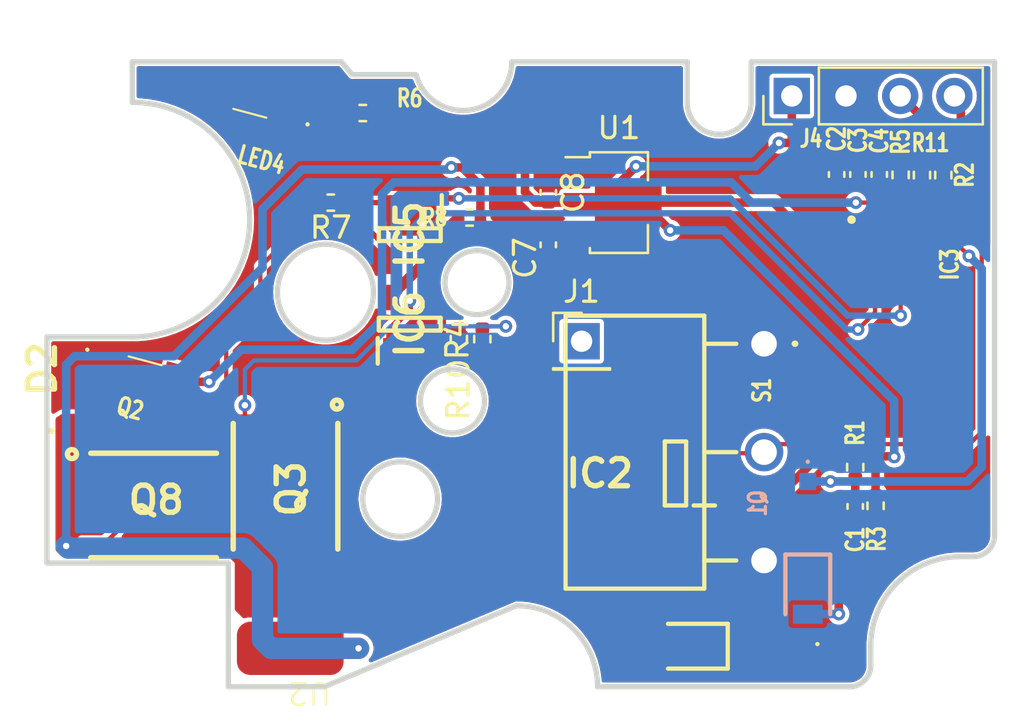
<source format=kicad_pcb>
(kicad_pcb (version 20221018) (generator pcbnew)
  (layers (0 "F.Cu" signal) (31 "B.Cu" signal) (34 "B.Paste" user) (35 "F.Paste" user) (36 "B.SilkS" user "B.Silkscreen") (37 "F.SilkS" user "F.Silkscreen") (38 "B.Mask" user) (39 "F.Mask" user) (44 "Edge.Cuts" user))
  (net 0 "")
  (net 1 "/Semi_Auto")
  (net 2 "GND")
  (net 3 "Net-(LED1-Pad2)")
  (net 4 "Net-(LED4-Pad2)")
  (net 14 "/V_Cycle")
  (net 15 "+12V")
  (net 16 "/pwr_motor")
  (net 17 "/trigger")
  (net 18 "/RX")
  (net 19 "/TX")
  (net 21 "/NMOS")
  (net 22 "/ACTIVE_BREAK")
  (net 23 "+3.3V")
  (net 24 "/updiRx")
  (net 25 "/updiTx")
  (net 26 "Net-(IC5-OUT_1)")
  (net 28 "Net-(IC6-OUT_1)")
  (net 29 "Net-(Q3-Pad4)")
  (net 30 "Net-(Q8-G)")
  (footprint "Resistor_SMD:R_0402_1005Metric" (layer "F.Cu") (at 105.5 92.5 180)
    (fp_text reference "R7" (at 0 -1.17) (layer "F.SilkS"))
    (fp_text value "5.1")
    (fp_line (start -0.153641 -0.38) (end 0.153641 -0.38) (stroke (width 0.12)) (layer "F.SilkS"))
    (fp_line (start -0.153641 0.38) (end 0.153641 0.38) (stroke (width 0.12)) (layer "F.SilkS"))
    (pad "1" smd roundrect (at -0.51 0 180) (size 0.54 0.64) (layers "F.Cu" "F.Paste" "F.Mask") (net 26 "Net-(IC5-OUT_1)"))
    (pad "2" smd roundrect (at 0.51 0 180) (size 0.54 0.64) (layers "F.Cu" "F.Paste" "F.Mask") (net 30 "Net-(Q8-G)"))
  )
  (footprint "SamacSys_Parts:SOT95P280X130-5N" (layer "F.Cu") (at 109.2 98.2 90)
    (fp_text reference "IC6" (at 0 0 90) (layer "F.SilkS") (effects (font (size 1.27 1.27) (thickness 0.254))))
    (fp_text value "IRS44273LTRPBF" hide)
    (fp_line (start -1.85 -1.5) (end -0.65 -1.5) (stroke (width 0.2)) (layer "F.SilkS"))
    (fp_line (start -0.3 -1.45) (end 0.3 -1.45) (stroke (width 0.2)) (layer "F.SilkS"))
    (fp_line (start -0.3 1.45) (end -0.3 -1.45) (stroke (width 0.2)) (layer "F.SilkS"))
    (fp_line (start 0.3 -1.45) (end 0.3 1.45) (stroke (width 0.2)) (layer "F.SilkS"))
    (fp_line (start 0.3 1.45) (end -0.3 1.45) (stroke (width 0.2)) (layer "F.SilkS"))
    (pad "1" smd rect (at -1.25 -0.95 180) (size 0.6 1.2) (layers "F.Cu" "F.Paste" "F.Mask") (net 21 "/NMOS"))
    (pad "2" smd rect (at -1.25 0 180) (size 0.6 1.2) (layers "F.Cu" "F.Paste" "F.Mask") (net 2 "GND"))
    (pad "3" smd rect (at -1.25 0.95 180) (size 0.6 1.2) (layers "F.Cu" "F.Paste" "F.Mask") (net 28 "Net-(IC6-OUT_1)"))
    (pad "4" smd rect (at 1.25 0.95 180) (size 0.6 1.2) (layers "F.Cu" "F.Paste" "F.Mask") (net 28 "Net-(IC6-OUT_1)"))
    (pad "5" smd rect (at 1.25 -0.95 180) (size 0.6 1.2) (layers "F.Cu" "F.Paste" "F.Mask") (net 15 "+12V"))
  )
  (footprint "SamacSys_Parts:AP1608P1CP22" (layer "F.Cu") (at 126.55 113.2 180)
    (fp_text reference "Q4" hide)
    (fp_text value "LC191PTDT" hide)
    (fp_line (start -1.8 0) (end -1.8 0) (stroke (width 0.1)) (layer "F.SilkS"))
    (fp_line (start -1.7 0) (end -1.7 0) (stroke (width 0.1)) (layer "F.SilkS"))
    (fp_arc (start -1.8 0) (mid -1.75 -0.05) (end -1.7 0) (stroke (width 0.1)) (layer "F.SilkS"))
    (fp_arc (start -1.7 0) (mid -1.75 0.05) (end -1.8 0) (stroke (width 0.1)) (layer "F.SilkS"))
    (pad "1" smd rect (at -0.825 0 270) (size 0.8 0.8) (layers "F.Cu" "F.Paste" "F.Mask") (net 2 "GND"))
    (pad "2" smd rect (at 0.825 0 270) (size 0.8 0.8) (layers "F.Cu" "F.Paste" "F.Mask") (net 2 "GND"))
  )
  (footprint "SamacSys_Parts:Copper_pad" (layer "F.Cu") (at 103.6 113.4 180)
    (fp_text reference "U2" (at -0.9 -2.1 180 unlocked) (layer "F.SilkS") (effects (font (thickness 0.1))))
    (fp_text value "12v")
    (pad "1" smd roundrect (at 0 0 180) (size 5 2.5) (layers "F.Cu" "F.Paste" "F.Mask" "Eco1.User") (net 15 "+12V"))
  )
  (footprint "SamacSys_Parts:Copper_pad" (layer "F.Cu") (at 104 101.2)
    (fp_text reference "U4" hide)
    (fp_text value "Gnd")
    (pad "1" smd roundrect (at 0 0) (size 4 2.5) (layers "F.Cu" "F.Paste" "F.Mask" "Eco1.User") (net 2 "GND"))
  )
  (footprint "Capacitor_SMD:C_0402_1005Metric" (layer "F.Cu") (at 129.2 91.18 -90)
    (fp_text reference "C2" (at -1.67 0 90) (layer "F.SilkS") (effects (font (size 0.8 0.6))))
    (fp_text value "10n")
    (fp_line (start -0.107836 -0.36) (end 0.107836 -0.36) (stroke (width 0.12)) (layer "F.SilkS"))
    (fp_line (start -0.107836 0.36) (end 0.107836 0.36) (stroke (width 0.12)) (layer "F.SilkS"))
    (pad "1" smd roundrect (at -0.48 0 270) (size 0.56 0.62) (layers "F.Cu" "F.Paste" "F.Mask") (net 23 "+3.3V"))
    (pad "2" smd roundrect (at 0.48 0 270) (size 0.56 0.62) (layers "F.Cu" "F.Paste" "F.Mask") (net 2 "GND"))
  )
  (footprint "Capacitor_SMD:C_0402_1005Metric" (layer "F.Cu") (at 115.689727 94.47909 90)
    (fp_text reference "C7" (at -0.62091 -1.089727 90) (layer "F.SilkS"))
    (fp_text value "10uF")
    (fp_line (start -0.107836 -0.36) (end 0.107836 -0.36) (stroke (width 0.12)) (layer "F.SilkS"))
    (fp_line (start -0.107836 0.36) (end 0.107836 0.36) (stroke (width 0.12)) (layer "F.SilkS"))
    (pad "1" smd roundrect (at -0.48 0 90) (size 0.56 0.62) (layers "F.Cu" "F.Paste" "F.Mask") (net 2 "GND"))
    (pad "2" smd roundrect (at 0.48 0 90) (size 0.56 0.62) (layers "F.Cu" "F.Paste" "F.Mask") (net 15 "+12V"))
  )
  (footprint "SamacSys_Parts:SBR3U60P1Q7" (layer "F.Cu") (at 94.875 103.2 180)
    (fp_text reference "D2" (at 2.9 2.9 90) (layer "F.SilkS") (effects (font (size 1.27 1.27) (thickness 0.254))))
    (fp_text value "D" hide)
    (fp_line (start 2.4 0) (end 2.4 0) (stroke (width 0.2)) (layer "F.SilkS"))
    (fp_line (start 2.4 0) (end 2.4 0) (stroke (width 0.2)) (layer "F.SilkS"))
    (fp_line (start 2.5 0) (end 2.5 0) (stroke (width 0.2)) (layer "F.SilkS"))
    (fp_arc (start 2.4 0) (mid 2.45 -0.05) (end 2.5 0) (stroke (width 0.2)) (layer "F.SilkS"))
    (fp_arc (start 2.5 0) (mid 2.45 0.05) (end 2.4 0) (stroke (width 0.2)) (layer "F.SilkS"))
    (fp_arc (start 2.5 0) (mid 2.45 0.05) (end 2.4 0) (stroke (width 0.2)) (layer "F.SilkS"))
    (pad "1" smd rect (at 0.85 0 270) (size 1.5 2.4) (layers "F.Cu" "F.Paste" "F.Mask") (net 15 "+12V"))
    (pad "2" smd rect (at -1.525 0 180) (size 1.05 1.5) (layers "F.Cu" "F.Paste" "F.Mask") (net 16 "/pwr_motor"))
  )
  (footprint "SamacSys_Parts:SOT95P285X113-3N" (layer "F.Cu") (at 121.65 105.2 180)
    (fp_text reference "IC2" (at 3.55 0 180) (layer "F.SilkS") (effects (font (size 1.27 1.27) (thickness 0.254))))
    (fp_text value "A1304ELHLX-T" hide)
    (fp_line (start -1.85 -1.5) (end -0.85 -1.5) (stroke (width 0.2)) (layer "F.SilkS"))
    (fp_line (start -0.5 -1.5) (end 0.5 -1.5) (stroke (width 0.2)) (layer "F.SilkS"))
    (fp_line (start -0.5 1.5) (end -0.5 -1.5) (stroke (width 0.2)) (layer "F.SilkS"))
    (fp_line (start 0.5 -1.5) (end 0.5 1.5) (stroke (width 0.2)) (layer "F.SilkS"))
    (fp_line (start 0.5 1.5) (end -0.5 1.5) (stroke (width 0.2)) (layer "F.SilkS"))
    (pad "1" smd rect locked (at -1.35 -0.95 270) (size 0.6 1) (layers "F.Cu" "F.Paste" "F.Mask") (net 23 "+3.3V"))
    (pad "2" smd rect locked (at -1.35 0.95 270) (size 0.6 1) (layers "F.Cu" "F.Paste" "F.Mask") (net 17 "/trigger"))
    (pad "3" smd rect locked (at 1.35 0 270) (size 0.6 1) (layers "F.Cu" "F.Paste" "F.Mask") (net 2 "GND"))
  )
  (footprint "SamacSys_Parts:POWERPAKSO-8" (layer "F.Cu") (at 97.2 106.7)
    (fp_text reference "Q8" (at 0.12217 -0.256) (layer "F.SilkS") (effects (font (size 1.27 1.27) (thickness 0.254))))
    (fp_text value "PMOS" hide)
    (fp_line (start -2.945 -2.45) (end 2.945 -2.45) (stroke (width 0.254)) (layer "F.SilkS"))
    (fp_line (start -2.945 2.45) (end 2.945 2.45) (stroke (width 0.254)) (layer "F.SilkS"))
    (fp_circle (center -3.82867 -2.40833) (end -3.82867 -2.32333) (stroke (width 0.254)) (fill none) (layer "F.SilkS"))
    (pad "1" smd rect (at -2.7325 -1.905 90) (size 0.61 1.27) (layers "F.Cu" "F.Paste" "F.Mask") (net 15 "+12V"))
    (pad "2" smd rect (at -2.7325 -0.635 90) (size 0.61 1.27) (layers "F.Cu" "F.Paste" "F.Mask") (net 15 "+12V"))
    (pad "3" smd rect (at -2.7325 0.635 90) (size 0.61 1.27) (layers "F.Cu" "F.Paste" "F.Mask") (net 15 "+12V"))
    (pad "4" smd rect (at -2.7325 1.905 90) (size 0.61 1.27) (layers "F.Cu" "F.Paste" "F.Mask") (net 30 "Net-(Q8-G)"))
    (pad "5" smd rect (at 2.7325 1.905 90) (size 0.61 1.02) (layers "F.Cu" "F.Paste" "F.Mask") (net 16 "/pwr_motor"))
    (pad "6" smd rect (at 2.7325 0.635 90) (size 0.61 1.02) (layers "F.Cu" "F.Paste" "F.Mask") (net 16 "/pwr_motor"))
    (pad "7" smd rect (at 2.7325 -0.635 90) (size 0.61 1.02) (layers "F.Cu" "F.Paste" "F.Mask") (net 16 "/pwr_motor"))
    (pad "8" smd rect (at 2.7325 -1.905 90) (size 0.61 1.02) (layers "F.Cu" "F.Paste" "F.Mask") (net 16 "/pwr_motor"))
    (pad "9" smd rect (at 0.6275 0 90) (size 3.81 3.91) (layers "F.Cu" "F.Paste" "F.Mask") (net 16 "/pwr_motor"))
  )
  (footprint "Resistor_SMD:R_0402_1005Metric" (layer "F.Cu") (at 111.5 98.9 90)
    (fp_text reference "R10" (at -2.374832 -0.024051 90) (layer "F.SilkS"))
    (fp_text value "10k")
    (fp_line (start -0.153641 -0.38) (end 0.153641 -0.38) (stroke (width 0.12)) (layer "F.SilkS"))
    (fp_line (start -0.153641 0.38) (end 0.153641 0.38) (stroke (width 0.12)) (layer "F.SilkS"))
    (pad "1" smd roundrect (at -0.51 0 90) (size 0.54 0.64) (layers "F.Cu" "F.Paste" "F.Mask") (net 2 "GND"))
    (pad "2" smd roundrect (at 0.51 0 90) (size 0.54 0.64) (layers "F.Cu" "F.Paste" "F.Mask") (net 28 "Net-(IC6-OUT_1)"))
  )
  (footprint "Capacitor_SMD:C_0402_1005Metric" (layer "F.Cu") (at 130.072618 106.745 -90)
    (fp_text reference "C1" (at 1.555 0 90) (layer "F.SilkS") (effects (font (size 0.8 0.6))))
    (fp_text value "10n")
    (fp_line (start -0.107836 -0.36) (end 0.107836 -0.36) (stroke (width 0.12)) (layer "F.SilkS"))
    (fp_line (start -0.107836 0.36) (end 0.107836 0.36) (stroke (width 0.12)) (layer "F.SilkS"))
    (pad "1" smd roundrect (at -0.48 0 270) (size 0.56 0.62) (layers "F.Cu" "F.Paste" "F.Mask") (net 1 "/Semi_Auto"))
    (pad "2" smd roundrect (at 0.48 0 270) (size 0.56 0.62) (layers "F.Cu" "F.Paste" "F.Mask") (net 2 "GND"))
  )
  (footprint "Connector_PinHeader_2.54mm:PinHeader_1x01_P2.54mm_Vertical" (layer "F.Cu") (at 117.25 99)
    (fp_text reference "J1" (at 0 -2.33) (layer "F.SilkS"))
    (fp_text value "Conn_01x01_Pin")
    (fp_line (start -1.33 -1.33) (end 0 -1.33) (stroke (width 0.12)) (layer "F.SilkS"))
    (fp_line (start -1.33 0) (end -1.33 -1.33) (stroke (width 0.12)) (layer "F.SilkS"))
    (fp_line (start -1.33 1.27) (end -1.33 1.33) (stroke (width 0.12)) (layer "F.SilkS"))
    (fp_line (start -1.33 1.27) (end 1.33 1.27) (stroke (width 0.12)) (layer "F.SilkS"))
    (fp_line (start -1.33 1.33) (end 1.33 1.33) (stroke (width 0.12)) (layer "F.SilkS"))
    (fp_line (start 1.33 1.27) (end 1.33 1.33) (stroke (width 0.12)) (layer "F.SilkS"))
    (pad "1" thru_hole rect (at 0 0) (size 1.7 1.7) (drill 1) (layers "*.Cu" "*.Mask"))
  )
  (footprint "SamacSys_Parts:APA3010P3C" (layer "F.Cu") (at 96.67 100.4 -15)
    (fp_text reference "Q2" (at -0.095056 1.847556 165) (layer "F.SilkS") (effects (font (size 0.8 0.6))))
    (fp_text value "Rev_Phototransistor" hide)
    (fp_line (start -2.8 -0.3) (end -2.8 -0.3) (stroke (width 0.1)) (layer "F.SilkS"))
    (fp_line (start -2.7 -0.3) (end -2.7 -0.3) (stroke (width 0.1)) (layer "F.SilkS"))
    (fp_line (start -0.8 -0.5) (end 0.8 -0.5) (stroke (width 0.1)) (layer "F.SilkS"))
    (fp_arc (start -2.8 -0.3) (mid -2.75 -0.35) (end -2.7 -0.3) (stroke (width 0.1)) (layer "F.SilkS"))
    (fp_arc (start -2.7 -0.3) (mid -2.75 -0.25) (end -2.8 -0.3) (stroke (width 0.1)) (layer "F.SilkS"))
    (pad "1" smd rect locked (at 1.75 0 75) (size 1.5 1.5) (layers "F.Cu" "F.Paste" "F.Mask") (net 14 "/V_Cycle"))
    (pad "2" smd rect locked (at -1.75 0 75) (size 1.5 1.5) (layers "F.Cu" "F.Paste" "F.Mask") (net 2 "GND"))
    (pad "3" smd rect locked (at 0 0.65 75) (size 0.9 0.9) (layers "F.Cu" "F.Paste" "F.Mask"))
  )
  (footprint "Resistor_SMD:R_0402_1005Metric" (layer "F.Cu") (at 131.026486 106.715 90)
    (fp_text reference "R3" (at -1.56 0.05 90) (layer "F.SilkS") (effects (font (size 0.8 0.6))))
    (fp_text value "100R")
    (fp_line (start -0.153641 -0.38) (end 0.153641 -0.38) (stroke (width 0.12)) (layer "F.SilkS"))
    (fp_line (start -0.153641 0.38) (end 0.153641 0.38) (stroke (width 0.12)) (layer "F.SilkS"))
    (pad "1" smd roundrect (at -0.51 0 90) (size 0.54 0.64) (layers "F.Cu" "F.Paste" "F.Mask") (net 3 "Net-(LED1-Pad2)"))
    (pad "2" smd roundrect (at 0.51 0 90) (size 0.54 0.64) (layers "F.Cu" "F.Paste" "F.Mask") (net 23 "+3.3V"))
  )
  (footprint "Resistor_SMD:R_0402_1005Metric" (layer "F.Cu") (at 112.6 98.9 90)
    (fp_text reference "R4" (at 0 -1.17 90) (layer "F.SilkS"))
    (fp_text value "5.1")
    (fp_line (start -0.153641 -0.38) (end 0.153641 -0.38) (stroke (width 0.12)) (layer "F.SilkS"))
    (fp_line (start -0.153641 0.38) (end 0.153641 0.38) (stroke (width 0.12)) (layer "F.SilkS"))
    (pad "1" smd roundrect (at -0.51 0 90) (size 0.54 0.64) (layers "F.Cu" "F.Paste" "F.Mask") (net 28 "Net-(IC6-OUT_1)"))
    (pad "2" smd roundrect (at 0.51 0 90) (size 0.54 0.64) (layers "F.Cu" "F.Paste" "F.Mask") (net 29 "Net-(Q3-Pad4)"))
  )
  (footprint "Resistor_SMD:R_0402_1005Metric" (layer "F.Cu") (at 130.072618 104.904681 90)
    (fp_text reference "R1" (at 1.604681 0 90) (layer "F.SilkS") (effects (font (size 0.8 0.6))))
    (fp_text value "10k")
    (fp_line (start -0.153641 -0.38) (end 0.153641 -0.38) (stroke (width 0.12)) (layer "F.SilkS"))
    (fp_line (start -0.153641 0.38) (end 0.153641 0.38) (stroke (width 0.12)) (layer "F.SilkS"))
    (pad "1" smd roundrect (at -0.51 0 90) (size 0.54 0.64) (layers "F.Cu" "F.Paste" "F.Mask") (net 1 "/Semi_Auto"))
    (pad "2" smd roundrect (at 0.51 0 90) (size 0.54 0.64) (layers "F.Cu" "F.Paste" "F.Mask") (net 23 "+3.3V"))
  )
  (footprint "Connector_PinHeader_2.54mm:PinHeader_1x04_P2.54mm_Vertical" (layer "F.Cu") (at 127.1 87.5 90)
    (fp_text reference "J4" (at -2 0.9 180) (layer "F.SilkS") (effects (font (size 0.8 0.6))))
    (fp_text value "Conn_01x04")
    (fp_line (start -1.33 -1.33) (end 0 -1.33) (stroke (width 0.12)) (layer "F.SilkS"))
    (fp_line (start -1.33 0) (end -1.33 -1.33) (stroke (width 0.12)) (layer "F.SilkS"))
    (fp_line (start -1.33 1.27) (end -1.33 8.95) (stroke (width 0.12)) (layer "F.SilkS"))
    (fp_line (start -1.33 1.27) (end 1.33 1.27) (stroke (width 0.12)) (layer "F.SilkS"))
    (fp_line (start -1.33 8.95) (end 1.33 8.95) (stroke (width 0.12)) (layer "F.SilkS"))
    (fp_line (start 1.33 1.27) (end 1.33 8.95) (stroke (width 0.12)) (layer "F.SilkS"))
    (pad "1" thru_hole rect (at 0 0 90) (size 1.7 1.7) (drill 1) (layers "*.Cu" "*.Mask") (net 23 "+3.3V"))
    (pad "2" thru_hole oval (at 0 2.54 90) (size 1.7 1.7) (drill 1) (layers "*.Cu" "*.Mask") (net 2 "GND"))
    (pad "3" thru_hole oval (at 0 5.08 90) (size 1.7 1.7) (drill 1) (layers "*.Cu" "*.Mask") (net 25 "/updiTx"))
    (pad "4" thru_hole oval (at 0 7.62 90) (size 1.7 1.7) (drill 1) (layers "*.Cu" "*.Mask") (net 24 "/updiRx"))
  )
  (footprint "SamacSys_Parts:POWERPAKSO-8" (layer "F.Cu") (at 103.378335 105.799085 -90)
    (fp_text reference "Q3" (at 0.12217 -0.256 90) (layer "F.SilkS") (effects (font (size 1.27 1.27) (thickness 0.254))))
    (fp_text value "NMOS" hide)
    (fp_line (start -2.945 -2.45) (end 2.945 -2.45) (stroke (width 0.254)) (layer "F.SilkS"))
    (fp_line (start -2.945 2.45) (end 2.945 2.45) (stroke (width 0.254)) (layer "F.SilkS"))
    (fp_circle (center -3.82867 -2.40833) (end -3.82867 -2.32333) (stroke (width 0.254)) (fill none) (layer "F.SilkS"))
    (pad "1" smd rect (at -2.7325 -1.905) (size 0.61 1.27) (layers "F.Cu" "F.Paste" "F.Mask") (net 2 "GND"))
    (pad "2" smd rect (at -2.7325 -0.635) (size 0.61 1.27) (layers "F.Cu" "F.Paste" "F.Mask") (net 2 "GND"))
    (pad "3" smd rect (at -2.7325 0.635) (size 0.61 1.27) (layers "F.Cu" "F.Paste" "F.Mask") (net 2 "GND"))
    (pad "4" smd rect (at -2.7325 1.905) (size 0.61 1.27) (layers "F.Cu" "F.Paste" "F.Mask") (net 29 "Net-(Q3-Pad4)"))
    (pad "5" smd rect (at 2.7325 1.905) (size 0.61 1.02) (layers "F.Cu" "F.Paste" "F.Mask") (net 16 "/pwr_motor"))
    (pad "6" smd rect (at 2.7325 0.635) (size 0.61 1.02) (layers "F.Cu" "F.Paste" "F.Mask") (net 16 "/pwr_motor"))
    (pad "7" smd rect (at 2.7325 -0.635) (size 0.61 1.02) (layers "F.Cu" "F.Paste" "F.Mask") (net 16 "/pwr_motor"))
    (pad "8" smd rect (at 2.7325 -1.905) (size 0.61 1.02) (layers "F.Cu" "F.Paste" "F.Mask") (net 16 "/pwr_motor"))
    (pad "9" smd rect (at 0.6275 0) (size 3.81 3.91) (layers "F.Cu" "F.Paste" "F.Mask") (net 16 "/pwr_motor"))
  )
  (footprint "Resistor_SMD:R_0402_1005Metric" (layer "F.Cu") (at 112 93.2 180)
    (fp_text reference "R8" (at 1.636757 -0.005661) (layer "F.SilkS") (effects (font (size 0.8 0.6))))
    (fp_text value "2.2k")
    (fp_line (start -0.153641 -0.38) (end 0.153641 -0.38) (stroke (width 0.12)) (layer "F.SilkS"))
    (fp_line (start -0.153641 0.38) (end 0.153641 0.38) (stroke (width 0.12)) (layer "F.SilkS"))
    (pad "1" smd roundrect (at -0.51 0 180) (size 0.54 0.64) (layers "F.Cu" "F.Paste" "F.Mask") (net 15 "+12V"))
    (pad "2" smd roundrect (at 0.51 0 180) (size 0.54 0.64) (layers "F.Cu" "F.Paste" "F.Mask") (net 26 "Net-(IC5-OUT_1)"))
  )
  (footprint "Capacitor_SMD:C_0402_1005Metric" (layer "F.Cu") (at 130.2 91.18 -90)
    (fp_text reference "C3" (at -1.6 0 90) (layer "F.SilkS") (effects (font (size 0.8 0.6))))
    (fp_text value "1u")
    (fp_line (start -0.107836 -0.36) (end 0.107836 -0.36) (stroke (width 0.12)) (layer "F.SilkS"))
    (fp_line (start -0.107836 0.36) (end 0.107836 0.36) (stroke (width 0.12)) (layer "F.SilkS"))
    (pad "1" smd roundrect (at -0.48 0 270) (size 0.56 0.62) (layers "F.Cu" "F.Paste" "F.Mask") (net 23 "+3.3V"))
    (pad "2" smd roundrect (at 0.48 0 270) (size 0.56 0.62) (layers "F.Cu" "F.Paste" "F.Mask") (net 2 "GND"))
  )
  (footprint "Resistor_SMD:R_0402_1005Metric" (layer "F.Cu") (at 132.2 91.2 90)
    (fp_text reference "R5" (at 1.55 0 270) (layer "F.SilkS") (effects (font (size 0.8 0.6))))
    (fp_text value "10k")
    (fp_line (start -0.153641 -0.38) (end 0.153641 -0.38) (stroke (width 0.12)) (layer "F.SilkS"))
    (fp_line (start -0.153641 0.38) (end 0.153641 0.38) (stroke (width 0.12)) (layer "F.SilkS"))
    (pad "1" smd roundrect (at -0.51 0 90) (size 0.54 0.64) (layers "F.Cu" "F.Paste" "F.Mask") (net 14 "/V_Cycle"))
    (pad "2" smd roundrect (at 0.51 0 90) (size 0.54 0.64) (layers "F.Cu" "F.Paste" "F.Mask") (net 23 "+3.3V"))
  )
  (footprint "Resistor_SMD:R_0402_1005Metric" (layer "F.Cu") (at 133.2 91.21 -90)
    (fp_text reference "R11" (at -1.51 -0.4 -180) (layer "F.SilkS") (effects (font (size 0.8 0.6))))
    (fp_text value "10k")
    (fp_line (start -0.153641 -0.38) (end 0.153641 -0.38) (stroke (width 0.12)) (layer "F.SilkS"))
    (fp_line (start -0.153641 0.38) (end 0.153641 0.38) (stroke (width 0.12)) (layer "F.SilkS"))
    (pad "1" smd roundrect (at -0.51 0 270) (size 0.54 0.64) (layers "F.Cu" "F.Paste" "F.Mask") (net 23 "+3.3V"))
    (pad "2" smd roundrect (at 0.51 0 270) (size 0.54 0.64) (layers "F.Cu" "F.Paste" "F.Mask") (net 24 "/updiRx"))
  )
  (footprint "Capacitor_SMD:C_0402_1005Metric" (layer "F.Cu") (at 115.689727 92.02 -90)
    (fp_text reference "C8" (at 0 -1.16 90) (layer "F.SilkS"))
    (fp_text value "10uF")
    (fp_line (start -0.107836 -0.36) (end 0.107836 -0.36) (stroke (width 0.12)) (layer "F.SilkS"))
    (fp_line (start -0.107836 0.36) (end 0.107836 0.36) (stroke (width 0.12)) (layer "F.SilkS"))
    (pad "1" smd roundrect (at -0.48 0 270) (size 0.56 0.62) (layers "F.Cu" "F.Paste" "F.Mask") (net 2 "GND"))
    (pad "2" smd roundrect (at 0.48 0 270) (size 0.56 0.62) (layers "F.Cu" "F.Paste" "F.Mask") (net 23 "+3.3V"))
  )
  (footprint "Resistor_SMD:R_0402_1005Metric" (layer "F.Cu") (at 134.2 91.21 90)
    (fp_text reference "R2" (at 0.01 1 90) (layer "F.SilkS") (effects (font (size 0.8 0.6))))
    (fp_text value "1k")
    (fp_line (start -0.153641 -0.38) (end 0.153641 -0.38) (stroke (width 0.12)) (layer "F.SilkS"))
    (fp_line (start -0.153641 0.38) (end 0.153641 0.38) (stroke (width 0.12)) (layer "F.SilkS"))
    (pad "1" smd roundrect (at -0.51 0 90) (size 0.54 0.64) (layers "F.Cu" "F.Paste" "F.Mask") (net 24 "/updiRx"))
    (pad "2" smd roundrect (at 0.51 0 90) (size 0.54 0.64) (layers "F.Cu" "F.Paste" "F.Mask") (net 25 "/updiTx"))
  )
  (footprint "SamacSys_Parts:LEDC2012X105N" (layer "F.Cu") (at 122.3 113.3 180)
    (fp_text reference "LED2" hide)
    (fp_text value "XL-2012IRC-940" hide)
    (fp_line (start -1.8 -1.05) (end -1.8 1.05) (stroke (width 0.2)) (layer "F.SilkS"))
    (fp_line (start -1.8 1.05) (end 1 1.05) (stroke (width 0.2)) (layer "F.SilkS"))
    (fp_line (start 1 -1.05) (end -1.8 -1.05) (stroke (width 0.2)) (layer "F.SilkS"))
    (pad "1" smd rect (at -1 0 180) (size 0.9 1.4) (layers "F.Cu" "F.Paste" "F.Mask") (net 2 "GND"))
    (pad "2" smd rect (at 1 0 180) (size 0.9 1.4) (layers "F.Cu" "F.Paste" "F.Mask") (net 2 "GND"))
  )
  (footprint "SamacSys_Parts:SOT95P280X130-5N" (layer "F.Cu") (at 109.2 94 -90)
    (fp_text reference "IC5" (at 0 0 90) (layer "F.SilkS") (effects (font (size 1.27 1.27) (thickness 0.254))))
    (fp_text value "IRS44273LTRPBF" hide)
    (fp_line (start -1.85 -1.5) (end -0.65 -1.5) (stroke (width 0.2)) (layer "F.SilkS"))
    (fp_line (start -0.3 -1.45) (end 0.3 -1.45) (stroke (width 0.2)) (layer "F.SilkS"))
    (fp_line (start -0.3 1.45) (end -0.3 -1.45) (stroke (width 0.2)) (layer "F.SilkS"))
    (fp_line (start 0.3 -1.45) (end 0.3 1.45) (stroke (width 0.2)) (layer "F.SilkS"))
    (fp_line (start 0.3 1.45) (end -0.3 1.45) (stroke (width 0.2)) (layer "F.SilkS"))
    (pad "1" smd rect (at -1.25 -0.95) (size 0.6 1.2) (layers "F.Cu" "F.Paste" "F.Mask") (net 22 "/ACTIVE_BREAK"))
    (pad "2" smd rect (at -1.25 0) (size 0.6 1.2) (layers "F.Cu" "F.Paste" "F.Mask") (net 2 "GND"))
    (pad "3" smd rect (at -1.25 0.95) (size 0.6 1.2) (layers "F.Cu" "F.Paste" "F.Mask") (net 26 "Net-(IC5-OUT_1)"))
    (pad "4" smd rect (at 1.25 0.95) (size 0.6 1.2) (layers "F.Cu" "F.Paste" "F.Mask") (net 26 "Net-(IC5-OUT_1)"))
    (pad "5" smd rect (at 1.25 -0.95) (size 0.6 1.2) (layers "F.Cu" "F.Paste" "F.Mask") (net 15 "+12V"))
  )
  (footprint "Package_TO_SOT_SMD:SOT-89-3" (layer "F.Cu") (at 119 92.5)
    (fp_text reference "U1" (at 0 -3.5) (layer "F.SilkS"))
    (fp_text value "H7333-A")
    (fp_line (start -2.5 -2.13) (end -1.36 -2.13) (stroke (width 0.12)) (layer "F.SilkS"))
    (fp_line (start -1.36 -2.36) (end -1.36 -2.13) (stroke (width 0.12)) (layer "F.SilkS"))
    (fp_line (start -1.36 -2.36) (end 1.36 -2.36) (stroke (width 0.12)) (layer "F.SilkS"))
    (fp_line (start -1.36 2.36) (end -1.36 2.13) (stroke (width 0.12)) (layer "F.SilkS"))
    (fp_line (start 1.36 -2.36) (end 1.36 -1.05) (stroke (width 0.12)) (layer "F.SilkS"))
    (fp_line (start 1.36 1.05) (end 1.36 2.36) (stroke (width 0.12)) (layer "F.SilkS"))
    (fp_line (start 1.36 2.36) (end -1.36 2.36) (stroke (width 0.12)) (layer "F.SilkS"))
    (pad "1" smd rect (at -1.95 -1.5) (size 1.3 0.9) (layers "F.Cu" "F.Paste" "F.Mask") (net 2 "GND"))
    (pad "2" smd custom (at -1.8625 0) (size 1.475 0.9) (layers "F.Cu" "F.Paste" "F.Mask") (net 23 "+3.3V") (options (clearance outline) (anchor rect)) (primitives (gr_poly (pts (xy 3.8625 0.8665) (xy 0.7375 0.8665) (xy 0.7375 -0.8665) (xy 3.8625 -0.8665)) (width 0) (fill yes))))
    (pad "3" smd rect (at -1.95 1.5) (size 1.3 0.9) (layers "F.Cu" "F.Paste" "F.Mask") (net 15 "+12V"))
  )
  (footprint "Capacitor_SMD:C_0402_1005Metric" (layer "F.Cu") (at 131.2 91.179833 90)
    (fp_text reference "C4" (at 1.579833 0 90) (layer "F.SilkS") (effects (font (size 0.8 0.6))))
    (fp_text value "10n")
    (fp_line (start -0.107836 -0.36) (end 0.107836 -0.36) (stroke (width 0.12)) (layer "F.SilkS"))
    (fp_line (start -0.107836 0.36) (end 0.107836 0.36) (stroke (width 0.12)) (layer "F.SilkS"))
    (pad "1" smd roundrect (at -0.48 0 90) (size 0.56 0.62) (layers "F.Cu" "F.Paste" "F.Mask") (net 14 "/V_Cycle"))
    (pad "2" smd roundrect (at 0.48 0 90) (size 0.56 0.62) (layers "F.Cu" "F.Paste" "F.Mask") (net 2 "GND"))
  )
  (footprint "SamacSys_Parts:Copper_pad" (layer "F.Cu") (at 103.1 110.7 180)
    (fp_text reference "U3" hide)
    (fp_text value "Trigger")
    (pad "1" smd roundrect (at 0 0 180) (size 4 2.5) (layers "F.Cu" "F.Paste" "F.Mask" "Eco1.User") (net 16 "/pwr_motor"))
  )
  (footprint "SamacSys_Parts:463092691402" (layer "F.Cu") (at 125.8 99.12 -90)
    (fp_text reference "S1" (at 2.18 0.1 90) (layer "F.SilkS") (effects (font (size 0.8 0.6))))
    (fp_text value "Trigger" hide)
    (fp_line (start -1.32 2.8) (end 11.48 2.8) (stroke (width 0.2)) (layer "F.SilkS"))
    (fp_line (start -1.32 9.3) (end -1.32 2.8) (stroke (width 0.2)) (layer "F.SilkS"))
    (fp_line (start 0 -1.5) (end 0 -1.5) (stroke (width 0.2)) (layer "F.SilkS"))
    (fp_line (start 0 -1.5) (end 0 -1.5) (stroke (width 0.2)) (layer "F.SilkS"))
    (fp_line (start 0 -1.4) (end 0 -1.4) (stroke (width 0.2)) (layer "F.SilkS"))
    (fp_line (start 0 1.3) (end 0 2.8) (stroke (width 0.2)) (layer "F.SilkS"))
    (fp_line (start 5.08 1.3) (end 5.08 2.8) (stroke (width 0.2)) (layer "F.SilkS"))
    (fp_line (start 10.16 1.3) (end 10.16 2.8) (stroke (width 0.2)) (layer "F.SilkS"))
    (fp_line (start 11.48 2.8) (end 11.48 9.3) (stroke (width 0.2)) (layer "F.SilkS"))
    (fp_line (start 11.48 9.3) (end -1.32 9.3) (stroke (width 0.2)) (layer "F.SilkS"))
    (fp_arc (start 0 -1.5) (mid 0.05 -1.45) (end 0 -1.4) (stroke (width 0.2)) (layer "F.SilkS"))
    (fp_arc (start 0 -1.4) (mid -0.05 -1.45) (end 0 -1.5) (stroke (width 0.2)) (layer "F.SilkS"))
    (fp_arc (start 0 -1.4) (mid -0.05 -1.45) (end 0 -1.5) (stroke (width 0.2)) (layer "F.SilkS"))
    (pad "1" thru_hole rect locked (at 0 0 270) (size 1.8 1.8) (drill 1.2) (layers "*.Cu" "*.Mask") (net 2 "GND"))
    (pad "2" thru_hole circle locked (at 5.08 0 270) (size 1.8 1.8) (drill 1.2) (layers "*.Cu" "*.Mask") (net 17 "/trigger"))
    (pad "3" thru_hole circle locked (at 10.16 0 270) (size 1.8 1.8) (drill 1.2) (layers "*.Cu" "*.Mask") (net 2 "GND"))
  )
  (footprint "SamacSys_Parts:QFN40P300X300X90-21N" (layer "F.Cu") (at 131.8 94.7)
    (fp_text reference "IC3" (at 2.7 0.7 -90) (layer "F.SilkS") (effects (font (size 0.8 0.6))))
    (fp_text value "ATTINY816-MNR" hide)
    (fp_circle (center -1.9 -1.4) (end -1.9 -1.3) (stroke (width 0.2)) (fill none) (layer "F.SilkS"))
    (pad "1" smd rect (at -1.5 -0.8 90) (size 0.2 0.8) (layers "F.Cu" "F.Paste" "F.Mask"))
    (pad "2" smd rect (at -1.5 -0.4 90) (size 0.2 0.8) (layers "F.Cu" "F.Paste" "F.Mask"))
    (pad "3" smd rect (at -1.5 0 90) (size 0.2 0.8) (layers "F.Cu" "F.Paste" "F.Mask") (net 2 "GND"))
    (pad "4" smd rect (at -1.5 0.4 90) (size 0.2 0.8) (layers "F.Cu" "F.Paste" "F.Mask") (net 23 "+3.3V"))
    (pad "5" smd rect (at -1.5 0.8 90) (size 0.2 0.8) (layers "F.Cu" "F.Paste" "F.Mask"))
    (pad "6" smd rect (at -0.8 1.5) (size 0.2 0.8) (layers "F.Cu" "F.Paste" "F.Mask") (net 21 "/NMOS"))
    (pad "7" smd rect (at -0.4 1.5) (size 0.2 0.8) (layers "F.Cu" "F.Paste" "F.Mask"))
    (pad "8" smd rect (at 0 1.5) (size 0.2 0.8) (layers "F.Cu" "F.Paste" "F.Mask"))
    (pad "9" smd rect (at 0.4 1.5) (size 0.2 0.8) (layers "F.Cu" "F.Paste" "F.Mask") (net 22 "/ACTIVE_BREAK"))
    (pad "10" smd rect (at 0.8 1.5) (size 0.2 0.8) (layers "F.Cu" "F.Paste" "F.Mask"))
    (pad "11" smd rect (at 1.5 0.8 90) (size 0.2 0.8) (layers "F.Cu" "F.Paste" "F.Mask") (net 18 "/RX"))
    (pad "12" smd rect (at 1.5 0.4 90) (size 0.2 0.8) (layers "F.Cu" "F.Paste" "F.Mask") (net 19 "/TX"))
    (pad "13" smd rect (at 1.5 0 90) (size 0.2 0.8) (layers "F.Cu" "F.Paste" "F.Mask"))
    (pad "14" smd rect (at 1.5 -0.4 90) (size 0.2 0.8) (layers "F.Cu" "F.Paste" "F.Mask") (net 1 "/Semi_Auto"))
    (pad "15" smd rect (at 1.5 -0.8 90) (size 0.2 0.8) (layers "F.Cu" "F.Paste" "F.Mask") (net 17 "/trigger"))
    (pad "16" smd rect (at 0.8 -1.5) (size 0.2 0.8) (layers "F.Cu" "F.Paste" "F.Mask"))
    (pad "17" smd rect (at 0.4 -1.5) (size 0.2 0.8) (layers "F.Cu" "F.Paste" "F.Mask"))
    (pad "18" smd rect (at 0 -1.5) (size 0.2 0.8) (layers "F.Cu" "F.Paste" "F.Mask"))
    (pad "19" smd rect (at -0.4 -1.5) (size 0.2 0.8) (layers "F.Cu" "F.Paste" "F.Mask") (net 24 "/updiRx"))
    (pad "20" smd rect (at -0.8 -1.5) (size 0.2 0.8) (layers "F.Cu" "F.Paste" "F.Mask") (net 14 "/V_Cycle"))
    (pad "21" smd rect (at 0 0) (size 1.8 1.8) (layers "F.Cu" "F.Paste" "F.Mask") (net 2 "GND"))
  )
  (footprint "SamacSys_Parts:APA3010P3C" (layer "F.Cu") (at 101.831768 87.827852 165)
    (fp_text reference "LED4" (at -1.095584 -2.47285 165) (layer "F.SilkS") (effects (font (size 0.8 0.6))))
    (fp_text value "Rev_IRLed" hide)
    (fp_line (start -2.8 -0.3) (end -2.8 -0.3) (stroke (width 0.1)) (layer "F.SilkS"))
    (fp_line (start -2.7 -0.3) (end -2.7 -0.3) (stroke (width 0.1)) (layer "F.SilkS"))
    (fp_line (start -0.8 -0.5) (end 0.8 -0.5) (stroke (width 0.1)) (layer "F.SilkS"))
    (fp_arc (start -2.8 -0.3) (mid -2.75 -0.35) (end -2.7 -0.3) (stroke (width 0.1)) (layer "F.SilkS"))
    (fp_arc (start -2.7 -0.3) (mid -2.75 -0.25) (end -2.8 -0.3) (stroke (width 0.1)) (layer "F.SilkS"))
    (pad "1" smd rect locked (at 1.75 0 255) (size 1.5 1.5) (layers "F.Cu" "F.Paste" "F.Mask") (net 2 "GND"))
    (pad "2" smd rect locked (at -1.75 0 255) (size 1.5 1.5) (layers "F.Cu" "F.Paste" "F.Mask") (net 4 "Net-(LED4-Pad2)"))
    (pad "3" smd rect locked (at 0 0.65 255) (size 0.9 0.9) (layers "F.Cu" "F.Paste" "F.Mask"))
  )
  (footprint "Resistor_SMD:R_0402_1005Metric" (layer "F.Cu") (at 107 88.3 180)
    (fp_text reference "R6" (at -2.195747 0.691876) (layer "F.SilkS") (effects (font (size 0.8 0.6))))
    (fp_text value "100R")
    (fp_line (start -0.153641 -0.38) (end 0.153641 -0.38) (stroke (width 0.12)) (layer "F.SilkS"))
    (fp_line (start -0.153641 0.38) (end 0.153641 0.38) (stroke (width 0.12)) (layer "F.SilkS"))
    (pad "1" smd roundrect (at -0.51 0 180) (size 0.54 0.64) (layers "F.Cu" "F.Paste" "F.Mask") (net 23 "+3.3V"))
    (pad "2" smd roundrect (at 0.51 0 180) (size 0.54 0.64) (layers "F.Cu" "F.Paste" "F.Mask") (net 4 "Net-(LED4-Pad2)"))
  )
  (footprint "SamacSys_Parts:AP1608P1CP22" (layer "B.Cu") (at 127.85 106.4 -90)
    (fp_text reference "Q1" (at 0.2 2.35 90) (layer "B.SilkS") (effects (font (size 0.8 0.6)) (justify mirror)))
    (fp_text value "Mode_Select_Phototransistor" hide)
    (fp_line (start -1.8 0) (end -1.8 0) (stroke (width 0.1)) (layer "B.SilkS"))
    (fp_line (start -1.7 0) (end -1.7 0) (stroke (width 0.1)) (layer "B.SilkS"))
    (fp_arc (start -1.8 0) (mid -1.75 -0.05) (end -1.7 0) (stroke (width 0.1)) (layer "B.SilkS"))
    (fp_arc (start -1.7 0) (mid -1.75 0.05) (end -1.8 0) (stroke (width 0.1)) (layer "B.SilkS"))
    (pad "1" smd rect locked (at -0.825 0 180) (size 0.8 0.8) (layers "B.Cu" "B.Paste" "B.Mask") (net 1 "/Semi_Auto"))
    (pad "2" smd rect locked (at 0.825 0 180) (size 0.8 0.8) (layers "B.Cu" "B.Paste" "B.Mask") (net 2 "GND"))
  )
  (footprint "SamacSys_Parts:LEDC2012X105N" (layer "B.Cu") (at 127.85 110.8 -90)
    (fp_text reference "LED1" hide)
    (fp_text value "Mode_select_IRLed" hide)
    (fp_line (start -1.8 -1.05) (end 1 -1.05) (stroke (width 0.2)) (layer "B.SilkS"))
    (fp_line (start -1.8 1.05) (end -1.8 -1.05) (stroke (width 0.2)) (layer "B.SilkS"))
    (fp_line (start 1 1.05) (end -1.8 1.05) (stroke (width 0.2)) (layer "B.SilkS"))
    (pad "1" smd rect locked (at -1 0 270) (size 0.9 1.4) (layers "B.Cu" "B.Paste" "B.Mask") (net 2 "GND"))
    (pad "2" smd rect locked (at 1 0 270) (size 0.9 1.4) (layers "B.Cu" "B.Paste" "B.Mask") (net 3 "Net-(LED1-Pad2)"))
  )
  (gr_arc locked (start 130.8 113.3) (mid 132.030152 110.330152) (end 135 109.1) (stroke (width 0.25)) (layer "Edge.Cuts"))
  (gr_line locked (start 122.2 85.9) (end 122.2 87.8) (stroke (width 0.25)) (layer "Edge.Cuts"))
  (gr_line locked (start 96.2 85.9) (end 106 85.9) (stroke (width 0.25)) (layer "Edge.Cuts"))
  (gr_arc locked (start 113.977672 85.9) (mid 112 88.160174) (end 109.497321 86.5) (stroke (width 0.25)) (layer "Edge.Cuts"))
  (gr_line locked (start 136.6 108.113116) (end 136.6 85.9) (stroke (width 0.25)) (layer "Edge.Cuts"))
  (gr_line locked (start 125.2 87.8) (end 125.2 85.9) (stroke (width 0.25)) (layer "Edge.Cuts"))
  (gr_line locked (start 135 109.1) (end 135.6 109.1) (stroke (width 0.25)) (layer "Edge.Cuts"))
  (gr_arc locked (start 130.8 114.2) (mid 130.507107 114.907107) (end 129.8 115.2) (stroke (width 0.25)) (layer "Edge.Cuts"))
  (gr_circle locked (center 112.35 96.25) (end 113.85 96.25) (stroke (width 0.25)) (fill none) (layer "Edge.Cuts"))
  (gr_line (start 106.497321 86.5) (end 109.497321 86.5) (stroke (width 0.25)) (layer "Edge.Cuts"))
  (gr_line locked (start 100.7 115.2) (end 105.2 115.2) (stroke (width 0.25)) (layer "Edge.Cuts"))
  (gr_circle locked (center 108.75 106.4) (end 110.5 106.4) (stroke (width 0.25)) (fill none) (layer "Edge.Cuts"))
  (gr_line locked (start 118 115.2) (end 129.8 115.2) (stroke (width 0.25)) (layer "Edge.Cuts"))
  (gr_line locked (start 96.2 85.9) (end 96.2 87.8) (stroke (width 0.25)) (layer "Edge.Cuts"))
  (gr_circle locked (center 105.25 96.7) (end 107.5 96.7) (stroke (width 0.25)) (fill none) (layer "Edge.Cuts"))
  (gr_line locked (start 106 85.9) (end 106.5 86.5) (stroke (width 0.25)) (layer "Edge.Cuts"))
  (gr_line locked (start 100.7 109.4) (end 92.2 109.4) (stroke (width 0.25)) (layer "Edge.Cuts"))
  (gr_arc locked (start 136.600087 108.113116) (mid 136.306357 108.815632) (end 135.6 109.1) (stroke (width 0.25)) (layer "Edge.Cuts"))
  (gr_arc locked (start 125.2 87.8) (mid 123.7 89.3) (end 122.2 87.8) (stroke (width 0.25)) (layer "Edge.Cuts"))
  (gr_line locked (start 130.8 114.2) (end 130.8 113.3) (stroke (width 0.25)) (layer "Edge.Cuts"))
  (gr_line locked (start 92.2 98.8) (end 92.2 109.4) (stroke (width 0.25)) (layer "Edge.Cuts"))
  (gr_line locked (start 92.2 98.8) (end 96.2 98.8) (stroke (width 0.25)) (layer "Edge.Cuts"))
  (gr_line locked (start 113.977672 85.9) (end 122.2 85.9) (stroke (width 0.25)) (layer "Edge.Cuts"))
  (gr_line locked (start 100.7 115.2) (end 100.7 109.4) (stroke (width 0.25)) (layer "Edge.Cuts"))
  (gr_line locked (start 114.2 111.4) (end 105.2 115.2) (stroke (width 0.25)) (layer "Edge.Cuts"))
  (gr_arc locked (start 96.2 87.8) (mid 101.7 93.3) (end 96.2 98.8) (stroke (width 0.25)) (layer "Edge.Cuts"))
  (gr_arc locked (start 114.2 111.4) (mid 116.887006 112.512994) (end 118 115.2) (stroke (width 0.25)) (layer "Edge.Cuts"))
  (gr_line locked (start 125.2 85.9) (end 136.6 85.9) (stroke (width 0.25)) (layer "Edge.Cuts"))
  (gr_circle locked (center 111.2 101.8) (end 112.7 101.8) (stroke (width 0.25)) (fill none) (layer "Edge.Cuts"))
  (segment (start 129.912299 105.575) (end 130.072618 105.414681) (width 0.4) (layer "F.Cu") (net 1))
  (segment (start 130.072618 106.265) (end 130.072618 105.414681) (width 0.4) (layer "F.Cu") (net 1))
  (segment (start 128.913778 105.575) (end 129.912299 105.575) (width 0.4) (layer "F.Cu") (net 1))
  (segment (start 133.3 94.3) (end 134.7 94.3) (width 0.2) (layer "F.Cu") (net 1))
  (segment (start 134.7 94.3) (end 135.4 95) (width 0.2) (layer "F.Cu") (net 1))
  (via (at 135.4 95) (size 0.6) (drill 0.3) (layers "F.Cu" "B.Cu") (net 1))
  (via (at 128.913778 105.575) (size 0.6) (drill 0.3) (layers "F.Cu" "B.Cu") (net 1))
  (segment (start 136 95.6) (end 135.4 95) (width 0.4) (layer "B.Cu") (net 1))
  (segment (start 135.325 105.575) (end 136 104.9) (width 0.4) (layer "B.Cu") (net 1))
  (segment (start 136 104.9) (end 136 95.6) (width 0.4) (layer "B.Cu") (net 1))
  (segment (start 128.913778 105.575) (end 127.85 105.575) (width 0.4) (layer "B.Cu") (net 1))
  (segment (start 127.85 105.575) (end 135.325 105.575) (width 0.4) (layer "B.Cu") (net 1))
  (segment (start 130.7 94.7) (end 132.2 94.7) (width 0.2) (layer "F.Cu") (net 2))
  (segment (start 129.3 111.789726) (end 129.3 110.1) (width 0.4) (layer "F.Cu") (net 3))
  (segment (start 131.026486 108.373514) (end 131.026486 107.225) (width 0.4) (layer "F.Cu") (net 3))
  (segment (start 129.3 110.1) (end 131.026486 108.373514) (width 0.4) (layer "F.Cu") (net 3))
  (via (at 129.3 111.789726) (size 0.6) (drill 0.3) (layers "F.Cu" "B.Cu") (net 3))
  (segment (start 129.3 111.789726) (end 127.860274 111.789726) (width 0.4) (layer "B.Cu") (net 3))
  (segment (start 127.860274 111.789726) (end 127.85 111.8) (width 0.4) (layer "B.Cu") (net 3))
  (segment (start 106.470785 88.280785) (end 106.49 88.3) (width 0.4) (layer "F.Cu") (net 4))
  (segment (start 103.522138 88.280785) (end 106.470785 88.280785) (width 0.4) (layer "F.Cu") (net 4))
  (segment (start 131.250167 91.71) (end 131.2 91.659833) (width 0.4) (layer "F.Cu") (net 14))
  (segment (start 130.8 92.5) (end 131 92.7) (width 0.2) (layer "F.Cu") (net 14))
  (segment (start 131.2 91.659833) (end 131 91.859833) (width 0.2) (layer "F.Cu") (net 14))
  (segment (start 98.407437 100.9) (end 98.36037 100.852933) (width 0.4) (layer "F.Cu") (net 14))
  (segment (start 132.2 91.71) (end 131.250167 91.71) (width 0.4) (layer "F.Cu") (net 14))
  (segment (start 130.1 92.5) (end 130.8 92.5) (width 0.2) (layer "F.Cu") (net 14))
  (segment (start 131 92.7) (end 131 93.2) (width 0.2) (layer "F.Cu") (net 14))
  (segment (start 131 91.859833) (end 131 93.2) (width 0.2) (layer "F.Cu") (net 14))
  (segment (start 99.8 100.9) (end 98.407437 100.9) (width 0.4) (layer "F.Cu") (net 14))
  (via (at 130.1 92.5) (size 0.6) (drill 0.3) (layers "F.Cu" "B.Cu") (net 14))
  (via (at 99.8 100.9) (size 0.6) (drill 0.3) (layers "F.Cu" "B.Cu") (net 14))
  (segment (start 108.45 91.55) (end 124.257106 91.55) (width 0.4) (layer "B.Cu") (net 14))
  (segment (start 125.207106 92.5) (end 130.1 92.5) (width 0.4) (layer "B.Cu") (net 14))
  (segment (start 106.5 99.4) (end 107.9 98) (width 0.4) (layer "B.Cu") (net 14))
  (segment (start 107.9 92.1) (end 108.45 91.55) (width 0.4) (layer "B.Cu") (net 14))
  (segment (start 107.9 98) (end 107.9 92.1) (width 0.4) (layer "B.Cu") (net 14))
  (segment (start 101.3 99.4) (end 106.5 99.4) (width 0.4) (layer "B.Cu") (net 14))
  (segment (start 124.257106 91.55) (end 125.207106 92.5) (width 0.4) (layer "B.Cu") (net 14))
  (segment (start 99.8 100.9) (end 101.3 99.4) (width 0.4) (layer "B.Cu") (net 14))
  (segment (start 109.95 95.25) (end 108.25 96.95) (width 0.5) (layer "F.Cu") (net 15))
  (segment (start 112.51 93.2) (end 112.51 93.41) (width 0.5) (layer "F.Cu") (net 15))
  (segment (start 113.1 94) (end 111.4 94) (width 0.5) (layer "F.Cu") (net 15))
  (segment (start 93.1 108.6) (end 93.1 104.125) (width 1) (layer "F.Cu") (net 15))
  (segment (start 117.04909 93.99909) (end 117.05 94) (width 0.5) (layer "F.Cu") (net 15))
  (segment (start 112.51 91.71) (end 112.51 93.2) (width 0.4) (layer "F.Cu") (net 15))
  (segment (start 103.6 113.4) (end 106.8 113.4) (width 1) (layer "F.Cu") (net 15))
  (segment (start 115.688817 94) (end 113.1 94) (width 0.5) (layer "F.Cu") (net 15))
  (segment (start 115.689727 93.99909) (end 115.688817 94) (width 0.5) (layer "F.Cu") (net 15))
  (segment (start 111.6505 90.8505) (end 112.51 91.71) (width 0.4) (layer "F.Cu") (net 15))
  (segment (start 93.1 104.125) (end 94.025 103.2) (width 1) (layer "F.Cu") (net 15))
  (segment (start 110.15 95.25) (end 109.95 95.25) (width 0.5) (layer "F.Cu") (net 15))
  (segment (start 111.4 94) (end 110.15 95.25) (width 0.5) (layer "F.Cu") (net 15))
  (segment (start 111.144975 90.8505) (end 111.6505 90.8505) (width 0.4) (layer "F.Cu") (net 15))
  (segment (start 112.51 93.41) (end 113.1 94) (width 0.5) (layer "F.Cu") (net 15))
  (segment (start 115.689727 93.99909) (end 117.04909 93.99909) (width 0.5) (layer "F.Cu") (net 15))
  (via (at 111.144975 90.8505) (size 0.6) (drill 0.3) (layers "F.Cu" "B.Cu") (net 15))
  (via (at 93.1 108.6) (size 0.6) (drill 0.3) (layers "F.Cu" "B.Cu") (net 15))
  (via (at 106.8 113.4) (size 0.6) (drill 0.3) (layers "F.Cu" "B.Cu") (net 15))
  (segment (start 111.045475 90.95) (end 104.15 90.95) (width 0.4) (layer "B.Cu") (net 15))
  (segment (start 102.7 113.4) (end 102.3 113) (width 1) (layer "B.Cu") (net 15))
  (segment (start 102.3 95.553073) (end 98.153073 99.7) (width 0.4) (layer "B.Cu") (net 15))
  (segment (start 102.3 113) (end 102.3 109.6) (width 1) (layer "B.Cu") (net 15))
  (segment (start 93.5 99.7) (end 93.1 100.1) (width 0.4) (layer "B.Cu") (net 15))
  (segment (start 102.3 109.6) (end 101.4 108.7) (width 1) (layer "B.Cu") (net 15))
  (segment (start 111.144975 90.8505) (end 111.045475 90.95) (width 0.4) (layer "B.Cu") (net 15))
  (segment (start 101.4 108.7) (end 93.2 108.7) (width 1) (layer "B.Cu") (net 15))
  (segment (start 102.3 92.8) (end 102.3 95.553073) (width 0.4) (layer "B.Cu") (net 15))
  (segment (start 106.8 113.4) (end 102.7 113.4) (width 1) (layer "B.Cu") (net 15))
  (segment (start 98.153073 99.7) (end 93.5 99.7) (width 0.4) (layer "B.Cu") (net 15))
  (segment (start 104.15 90.95) (end 102.3 92.8) (width 0.4) (layer "B.Cu") (net 15))
  (segment (start 93.2 108.7) (end 93.1 108.6) (width 1) (layer "B.Cu") (net 15))
  (segment (start 93.1 100.1) (end 93.1 108.6) (width 0.4) (layer "B.Cu") (net 15))
  (segment (start 136 103.25) (end 135.425319 103.824681) (width 0.2) (layer "F.Cu") (net 17))
  (segment (start 133.3 93.9) (end 135.15 93.9) (width 0.2) (layer "F.Cu") (net 17))
  (segment (start 136 94.75) (end 136 103.25) (width 0.2) (layer "F.Cu") (net 17))
  (segment (start 135.425319 103.824681) (end 126.175319 103.824681) (width 0.2) (layer "F.Cu") (net 17))
  (segment (start 135.15 93.9) (end 136 94.75) (width 0.2) (layer "F.Cu") (net 17))
  (segment (start 123 104.25) (end 125.75 104.25) (width 0.2) (layer "F.Cu") (net 17))
  (segment (start 126.175319 103.824681) (end 125.8 104.2) (width 0.2) (layer "F.Cu") (net 17))
  (segment (start 125.75 104.25) (end 125.8 104.2) (width 0.2) (layer "F.Cu") (net 17))
  (segment (start 109.2 97.5) (end 108.25 98.45) (width 0.3) (layer "F.Cu") (net 21))
  (segment (start 131 96.2) (end 131 97.6495) (width 0.2) (layer "F.Cu") (net 21))
  (segment (start 108.25 98.45) (end 108.25 99.45) (width 0.3) (layer "F.Cu") (net 21))
  (segment (start 131 97.6495) (end 130.2 98.4495) (width 0.2) (layer "F.Cu") (net 21))
  (segment (start 109.2 97.1) (end 109.2 97.5) (width 0.3) (layer "F.Cu") (net 21))
  (via (at 109.2 97.1) (size 0.6) (drill 0.3) (layers "F.Cu" "B.Cu") (net 21))
  (via (at 130.2 98.4495) (size 0.6) (drill 0.3) (layers "F.Cu" "B.Cu") (net 21))
  (segment (start 110 93) (end 124.212132 93) (width 0.3) (layer "B.Cu") (net 21))
  (segment (start 109.2 97.1) (end 109.2 93.8) (width 0.3) (layer "B.Cu") (net 21))
  (segment (start 129.661632 98.4495) (end 130.2 98.4495) (width 0.3) (layer "B.Cu") (net 21))
  (segment (start 124.212132 93) (end 129.661632 98.4495) (width 0.3) (layer "B.Cu") (net 21))
  (segment (start 109.2 93.8) (end 110 93) (width 0.3) (layer "B.Cu") (net 21))
  (segment (start 132.2 97.8) (end 132.2 96.2) (width 0.2) (layer "F.Cu") (net 22))
  (segment (start 110.6 92.3) (end 111 92.3) (width 0.3) (layer "F.Cu") (net 22))
  (segment (start 111 92.3) (end 111.5 92.3) (width 0.3) (layer "F.Cu") (net 22))
  (segment (start 110.15 92.75) (end 110.6 92.3) (width 0.3) (layer "F.Cu") (net 22))
  (via (at 132.2 97.8) (size 0.6) (drill 0.3) (layers "F.Cu" "B.Cu") (net 22))
  (via (at 111.5 92.3) (size 0.6) (drill 0.3) (layers "F.Cu" "B.Cu") (net 22))
  (segment (start 111.5 92.3) (end 124.219239 92.3) (width 0.3) (layer "B.Cu") (net 22))
  (segment (start 129.719239 97.8) (end 132.2 97.8) (width 0.3) (layer "B.Cu") (net 22))
  (segment (start 124.219239 92.3) (end 129.719239 97.8) (width 0.3) (layer "B.Cu") (net 22))
  (segment (start 115.689727 92.5) (end 117.1375 92.5) (width 0.4) (layer "F.Cu") (net 23))
  (segment (start 133.19 90.69) (end 133.2 90.7) (width 0.4) (layer "F.Cu") (net 23))
  (segment (start 131.026486 106.205) (end 131.026486 104.776486) (width 0.4) (layer "F.Cu") (net 23))
  (segment (start 131.8705 104.394681) (end 131.9 104.424181) (width 0.4) (layer "F.Cu") (net 23))
  (segment (start 127.05 89.7) (end 127.1 89.75) (width 0.4) (layer "F.Cu") (net 23))
  (segment (start 131.026486 104.776486) (end 130.644681 104.394681) (width 0.4) (layer "F.Cu") (net 23))
  (segment (start 129.2 90.7) (end 130.2 90.7) (width 0.4) (layer "F.Cu") (net 23))
  (segment (start 117.1375 92.5) (end 118.1 92.5) (width 0.4) (layer "F.Cu") (net 23))
  (segment (start 126.25 92.5) (end 128.85 95.1) (width 0.4) (layer "F.Cu") (net 23))
  (segment (start 130.072618 104.394681) (end 131.8705 104.394681) (width 0.4) (layer "F.Cu") (net 23))
  (segment (start 131.9 90) (end 132.2 90.3) (width 0.4) (layer "F.Cu") (net 23))
  (segment (start 114.6 90.3) (end 114.6 92) (width 0.4) (layer "F.Cu") (net 23))
  (segment (start 130.2 90.5) (end 130.7 90) (width 0.4) (layer "F.Cu") (net 23))
  (segment (start 130.2 90.7) (end 130.2 90.5) (width 0.4) (layer "F.Cu") (net 23))
  (segment (start 128.05 90.7) (end 129.474673 90.7) (width 0.4) (layer "F.Cu") (net 23))
  (segment (start 126.6 106.15) (end 128.355319 104.394681) (width 0.4) (layer "F.Cu") (net 23))
  (segment (start 117.1375 92.5) (end 126.25 92.5) (width 0.4) (layer "F.Cu") (net 23))
  (segment (start 123 106.15) (end 126.6 106.15) (width 0.4) (layer "F.Cu") (net 23))
  (segment (start 115.1 92.5) (end 115.689727 92.5) (width 0.4) (layer "F.Cu") (net 23))
  (segment (start 114.6 92) (end 115.1 92.5) (width 0.4) (layer "F.Cu") (net 23))
  (segment (start 107.51 88.3) (end 108.635 89.425) (width 0.4) (layer "F.Cu") (net 23))
  (segment (start 121.4 93.8) (end 120.1 92.5) (width 0.4) (layer "F.Cu") (net 23))
  (segment (start 132.2 90.3) (end 132.2 90.69) (width 0.4) (layer "F.Cu") (net 23))
  (segment (start 120.1 92.5) (end 117.1375 92.5) (width 0.4) (layer "F.Cu") (net 23))
  (segment (start 132.2 90.69) (end 133.19 90.69) (width 0.4) (layer "F.Cu") (net 23))
  (segment (start 118.1 92.5) (end 119.8 90.8) (width 0.4) (layer "F.Cu") (net 23))
  (segment (start 127.1 89.75) (end 128.05 90.7) (width 0.4) (layer "F.Cu") (net 23))
  (segment (start 128.355319 104.394681) (end 130.072618 104.394681) (width 0.4) (layer "F.Cu") (net 23))
  (segment (start 130.644681 104.394681) (end 130.072618 104.394681) (width 0.4) (layer "F.Cu") (net 23))
  (segment (start 108.635 89.425) (end 113.725 89.425) (width 0.4) (layer "F.Cu") (net 23))
  (segment (start 128.85 95.1) (end 130.3 95.1) (width 0.2) (layer "F.Cu") (net 23))
  (segment (start 126.5 89.7) (end 127.05 89.7) (width 0.4) (layer "F.Cu") (net 23))
  (segment (start 130.7 90) (end 131.9 90) (width 0.4) (layer "F.Cu") (net 23))
  (segment (start 127.1 87.5) (end 127.1 89.75) (width 0.4) (layer "F.Cu") (net 23))
  (segment (start 113.725 89.425) (end 114.6 90.3) (width 0.4) (layer "F.Cu") (net 23))
  (via (at 131.9 104.424181) (size 0.6) (drill 0.3) (layers "F.Cu" "B.Cu") (net 23))
  (via (at 126.5 89.7) (size 0.6) (drill 0.3) (layers "F.Cu" "B.Cu") (net 23))
  (via (at 121.4 93.8) (size 0.6) (drill 0.3) (layers "F.Cu" "B.Cu") (net 23))
  (via (at 119.8 90.8) (size 0.6) (drill 0.3) (layers "F.Cu" "B.Cu") (net 23))
  (segment (start 131.9 104.424181) (end 131.9 101.8) (width 0.4) (layer "B.Cu") (net 23))
  (segment (start 123.9 93.8) (end 121.4 93.8) (width 0.4) (layer "B.Cu") (net 23))
  (segment (start 125.4 90.8) (end 126.5 89.7) (width 0.4) (layer "B.Cu") (net 23))
  (segment (start 131.9 101.8) (end 123.9 93.8) (width 0.4) (layer "B.Cu") (net 23))
  (segment (start 119.8 90.8) (end 125.4 90.8) (width 0.4) (layer "B.Cu") (net 23))
  (segment (start 134.125328 91.72) (end 134.58 91.72) (width 0.4) (layer "F.Cu") (net 24))
  (segment (start 132.900036 92.349964) (end 133.185593 92.064407) (width 0.2) (layer "F.Cu") (net 24))
  (segment (start 135.02 87.8) (end 134.72 87.5) (width 0.4) (layer "F.Cu") (net 24))
  (segment (start 134.58 91.72) (end 135.02 91.28) (width 0.4) (layer "F.Cu") (net 24))
  (segment (start 135.02 91.28) (end 135.02 87.8) (width 0.4) (layer "F.Cu") (net 24))
  (segment (start 133.185593 91.72) (end 134.125328 91.72) (width 0.2) (layer "F.Cu") (net 24))
  (segment (start 131.650036 92.349964) (end 132.900036 92.349964) (width 0.2) (layer "F.Cu") (net 24))
  (segment (start 131.4 92.6) (end 131.650036 92.349964) (width 0.2) (layer "F.Cu") (net 24))
  (segment (start 133.185593 92.064407) (end 133.185593 91.72) (width 0.2) (layer "F.Cu") (net 24))
  (segment (start 131.4 93.2) (end 131.4 92.6) (width 0.2) (layer "F.Cu") (net 24))
  (segment (start 132.2 87.5) (end 132.18 87.5) (width 0.4) (layer "F.Cu") (net 25))
  (segment (start 134.125328 89.425328) (end 132.2 87.5) (width 0.4) (layer "F.Cu") (net 25))
  (segment (start 134.125328 90.7) (end 134.125328 89.425328) (width 0.4) (layer "F.Cu") (net 25))
  (segment (start 111.351472 93.2) (end 111.49 93.2) (width 0.3) (layer "F.Cu") (net 26))
  (segment (start 110.651472 93.9) (end 111.351472 93.2) (width 0.3) (layer "F.Cu") (net 26))
  (segment (start 108.25 92.75) (end 108.25 93.65) (width 0.3) (layer "F.Cu") (net 26))
  (segment (start 108 92.5) (end 106.01 92.5) (width 0.25) (layer "F.Cu") (net 26))
  (segment (start 108.25 95.25) (end 108.25 94.74) (width 0.25) (layer "F.Cu") (net 26))
  (segment (start 108.25 94.74) (end 106.01 92.5) (width 0.25) (layer "F.Cu") (net 26))
  (segment (start 108.25 92.75) (end 108 92.5) (width 0.25) (layer "F.Cu") (net 26))
  (segment (start 108.25 93.65) (end 108.5 93.9) (width 0.3) (layer "F.Cu") (net 26))
  (segment (start 108.5 93.9) (end 110.651472 93.9) (width 0.3) (layer "F.Cu") (net 26))
  (segment (start 110.8 97.6) (end 110.8 98.4) (width 0.2) (layer "F.Cu") (net 28))
  (segment (start 110.15 96.95) (end 110.8 97.6) (width 0.2) (layer "F.Cu") (net 28))
  (segment (start 110.8 98.4) (end 111.49 98.4) (width 0.2) (layer "F.Cu") (net 28))
  (segment (start 110.8 98.8) (end 110.15 99.45) (width 0.2) (layer "F.Cu") (net 28))
  (segment (start 111.58 98.39) (end 112.6 99.41) (width 0.2) (layer "F.Cu") (net 28))
  (segment (start 111.5 98.39) (end 111.58 98.39) (width 0.2) (layer "F.Cu") (net 28))
  (segment (start 111.49 98.4) (end 111.5 98.39) (width 0.2) (layer "F.Cu") (net 28))
  (segment (start 110.8 98.4) (end 110.8 98.8) (width 0.2) (layer "F.Cu") (net 28))
  (segment (start 101.473335 102) (end 101.473335 103.066585) (width 0.2) (layer "F.Cu") (net 29))
  (segment (start 112.69 98.3) (end 112.6 98.39) (width 0.2) (layer "F.Cu") (net 29))
  (segment (start 113.7 98.3) (end 112.69 98.3) (width 0.2) (layer "F.Cu") (net 29))
  (via (at 113.7 98.3) (size 0.6) (drill 0.3) (layers "F.Cu" "B.Cu") (net 29))
  (via (at 101.473335 102) (size 0.6) (drill 0.3) (layers "F.Cu" "B.Cu") (net 29))
  (segment (start 101.473335 100.326665) (end 101.9 99.9) (width 0.2) (layer "B.Cu") (net 29))
  (segment (start 108.307106 98.3) (end 113.7 98.3) (width 0.2) (layer "B.Cu") (net 29))
  (segment (start 101.9 99.9) (end 106.707107 99.9) (width 0.2) (layer "B.Cu") (net 29))
  (segment (start 106.707107 99.9) (end 108.307106 98.3) (width 0.2) (layer "B.Cu") (net 29))
  (segment (start 101.473335 102) (end 101.473335 100.326665) (width 0.2) (layer "B.Cu") (net 29))
  (segment (start 100.6 101.1) (end 100.6 99.3) (width 0.2) (layer "F.Cu") (net 30))
  (segment (start 100.6 99.3) (end 102.2 97.7) (width 0.2) (layer "F.Cu") (net 30))
  (segment (start 95.628508 102.096492) (end 99.603508 102.096492) (width 0.2) (layer "F.Cu") (net 30))
  (segment (start 95.5475 107.845) (end 95.5475 102.1775) (width 0.2) (layer "F.Cu") (net 30))
  (segment (start 94.7875 108.605) (end 95.5475 107.845) (width 0.2) (layer "F.Cu") (net 30))
  (segment (start 102.2 97.7) (end 102.2 95.5) (width 0.2) (layer "F.Cu") (net 30))
  (segment (start 99.603508 102.096492) (end 100.6 101.1) (width 0.2) (layer "F.Cu") (net 30))
  (segment (start 104.99 92.71) (end 104.99 92.5) (width 0.2) (layer "F.Cu") (net 30))
  (segment (start 94.4675 108.605) (end 94.7875 108.605) (width 0.2) (layer "F.Cu") (net 30))
  (segment (start 95.5475 102.1775) (end 95.628508 102.096492) (width 0.2) (layer "F.Cu") (net 30))
  (segment (start 102.2 95.5) (end 104.99 92.71) (width 0.2) (layer "F.Cu") (net 30))
  (zone (net 15) (net_name "+12V") (layer "F.Cu") (priority 1) (connect_pads yes (clearance 0.2)) (min_thickness 0.25) (fill yes (thermal_gap 0.5) (thermal_bridge_width 0.5))
    (polygon (pts (xy 95.3 102.457744) (xy 95.3 104.525) (xy 95.25182 104.57318) (xy 95.25182 107.67318) (xy 95.15182 107.77318) (xy 93.65182 109.07318) (xy 92.85182 109.07318) (xy 92.6 108.8) (xy 92.6 102.6) (xy 92.915408 102.4) (xy 95.2 102.4)))
  )
  (zone (net 16) (net_name "/pwr_motor") (layer "F.Cu") (priority 2) (connect_pads yes (clearance 0.2)) (min_thickness 0.25) (fill yes (thermal_gap 0.5) (thermal_bridge_width 0.5))
    (polygon (pts (xy 97.1 103.355362) (xy 97.1 102.5) (xy 97.05 102.4) (xy 95.85 102.4) (xy 95.8 102.5) (xy 95.8 104.2) (xy 95.7 104.7) (xy 95.7 108.7) (xy 96.1 109.1) (xy 100.7 109.1) (xy 101 109.4) (xy 101 111.6) (xy 101.4 112) (xy 104.8 112) (xy 105.2 111.6) (xy 105.2 109.6) (xy 105.8 109) (xy 105.8 106.9) (xy 105.8 104.6) (xy 105.4 104.1) (xy 97.9 104.1)))
  )
  (zone (net 2) (net_name "GND") (layers "F&B.Cu") (connect_pads yes (clearance 0.2)) (min_thickness 0.2) (fill yes (thermal_gap 0.508) (thermal_bridge_width 0.508))
    (polygon (pts (xy 138 117) (xy 90 117) (xy 90 83) (xy 138 83)))
  )
)
</source>
